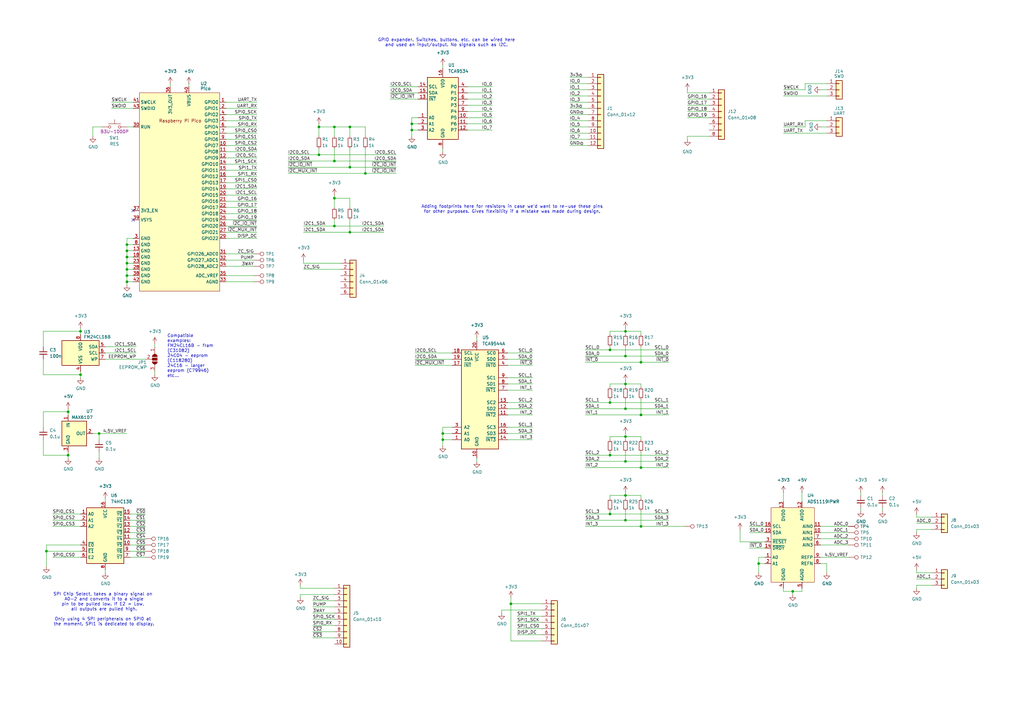
<source format=kicad_sch>
(kicad_sch (version 20231120) (generator "eeschema") (generator_version "8.0")
  (paper "A3")
  (junction (at 256.54 146.05))
  (junction (at 256.54 213.36))
  (junction (at 143.51 68.58))
  (junction (at 325.12 242.57))
  (junction (at 262.89 148.59))
  (junction (at 130.81 52.07))
  (junction (at 19.05 226.06))
  (junction (at 168.91 50.8))
  (junction (at 209.55 247.65))
  (junction (at 52.07 113.03))
  (junction (at 137.16 52.07))
  (junction (at 262.89 191.77))
  (junction (at 262.89 170.18))
  (junction (at 250.19 143.51))
  (junction (at 27.94 186.69))
  (junction (at 250.19 165.1))
  (junction (at 40.64 177.8))
  (junction (at 52.07 100.33))
  (junction (at 130.81 63.5))
  (junction (at 262.89 215.9))
  (junction (at 33.02 135.89))
  (junction (at 143.51 95.25))
  (junction (at 137.16 81.28))
  (junction (at 143.51 52.07))
  (junction (at 52.07 110.49))
  (junction (at 137.16 92.71))
  (junction (at 256.54 135.89))
  (junction (at 137.16 66.04))
  (junction (at 27.94 168.91))
  (junction (at 181.61 180.34))
  (junction (at 256.54 167.64))
  (junction (at 33.02 153.67))
  (junction (at 52.07 107.95))
  (junction (at 311.15 231.14))
  (junction (at 256.54 203.2))
  (junction (at 52.07 102.87))
  (junction (at 256.54 189.23))
  (junction (at 181.61 177.8))
  (junction (at 52.07 115.57))
  (junction (at 52.07 105.41))
  (junction (at 168.91 53.34))
  (junction (at 256.54 179.07))
  (junction (at 256.54 157.48))
  (junction (at 250.19 210.82))
  (junction (at 250.19 186.69))
  (junction (at 149.86 71.12))
  (no_connect (at 54.61 86.36))
  (no_connect (at 54.61 90.17))
  (wire (pts (xy 52.07 52.07) (xy 54.61 52.07)))
  (wire (pts (xy 40.64 177.8) (xy 52.07 177.8)))
  (wire (pts (xy 118.11 63.5) (xy 130.81 63.5)))
  (wire (pts (xy 168.91 48.26) (xy 168.91 50.8)))
  (wire (pts (xy 208.28 144.78) (xy 218.44 144.78)))
  (wire (pts (xy 212.09 255.27) (xy 222.25 255.27)))
  (wire (pts (xy 137.16 66.04) (xy 137.16 60.96)))
  (wire (pts (xy 21.59 215.9) (xy 33.02 215.9)))
  (wire (pts (xy 233.68 41.91) (xy 241.3 41.91)))
  (wire (pts (xy 53.34 210.82) (xy 59.69 210.82)))
  (wire (pts (xy 137.16 92.71) (xy 137.16 90.17)))
  (wire (pts (xy 208.28 160.02) (xy 218.44 160.02)))
  (wire (pts (xy 92.71 62.23) (xy 105.41 62.23)))
  (wire (pts (xy 92.71 49.53) (xy 105.41 49.53)))
  (wire (pts (xy 262.89 180.34) (xy 262.89 179.07)))
  (wire (pts (xy 311.15 231.14) (xy 311.15 234.95)))
  (wire (pts (xy 191.77 45.72) (xy 201.93 45.72)))
  (wire (pts (xy 375.92 237.49) (xy 382.27 237.49)))
  (wire (pts (xy 124.46 110.49) (xy 139.7 110.49)))
  (wire (pts (xy 262.89 148.59) (xy 274.32 148.59)))
  (wire (pts (xy 137.16 52.07) (xy 137.16 55.88)))
  (wire (pts (xy 256.54 177.8) (xy 256.54 179.07)))
  (wire (pts (xy 40.64 185.42) (xy 40.64 187.96)))
  (wire (pts (xy 40.64 177.8) (xy 40.64 180.34)))
  (wire (pts (xy 92.71 64.77) (xy 105.41 64.77)))
  (wire (pts (xy 53.34 213.36) (xy 59.69 213.36)))
  (wire (pts (xy 208.28 149.86) (xy 218.44 149.86)))
  (wire (pts (xy 256.54 213.36) (xy 274.32 213.36)))
  (wire (pts (xy 191.77 40.64) (xy 201.93 40.64)))
  (wire (pts (xy 233.68 54.61) (xy 241.3 54.61)))
  (wire (pts (xy 212.09 257.81) (xy 222.25 257.81)))
  (wire (pts (xy 124.46 92.71) (xy 137.16 92.71)))
  (wire (pts (xy 33.02 135.89) (xy 33.02 137.16)))
  (wire (pts (xy 53.34 228.6) (xy 59.69 228.6)))
  (wire (pts (xy 240.03 191.77) (xy 262.89 191.77)))
  (wire (pts (xy 19.05 226.06) (xy 33.02 226.06)))
  (wire (pts (xy 208.28 177.8) (xy 218.44 177.8)))
  (wire (pts (xy 128.27 248.92) (xy 137.16 248.92)))
  (wire (pts (xy 143.51 68.58) (xy 162.56 68.58)))
  (wire (pts (xy 92.71 74.93) (xy 105.41 74.93)))
  (wire (pts (xy 208.28 147.32) (xy 218.44 147.32)))
  (wire (pts (xy 205.74 251.46) (xy 205.74 250.19)))
  (wire (pts (xy 118.11 68.58) (xy 143.51 68.58)))
  (wire (pts (xy 92.71 109.22) (xy 104.14 109.22)))
  (wire (pts (xy 63.5 140.97) (xy 63.5 142.24)))
  (wire (pts (xy 171.45 48.26) (xy 168.91 48.26)))
  (wire (pts (xy 212.09 260.35) (xy 222.25 260.35)))
  (wire (pts (xy 262.89 204.47) (xy 262.89 203.2)))
  (wire (pts (xy 250.19 165.1) (xy 274.32 165.1)))
  (wire (pts (xy 137.16 81.28) (xy 143.51 81.28)))
  (wire (pts (xy 128.27 256.54) (xy 137.16 256.54)))
  (wire (pts (xy 52.07 110.49) (xy 52.07 113.03)))
  (wire (pts (xy 250.19 163.83) (xy 250.19 165.1)))
  (wire (pts (xy 321.31 52.07) (xy 330.2 52.07)))
  (wire (pts (xy 212.09 252.73) (xy 222.25 252.73)))
  (wire (pts (xy 375.92 217.17) (xy 382.27 217.17)))
  (wire (pts (xy 45.72 41.91) (xy 54.61 41.91)))
  (wire (pts (xy 92.71 44.45) (xy 105.41 44.45)))
  (wire (pts (xy 53.34 226.06) (xy 59.69 226.06)))
  (wire (pts (xy 375.92 214.63) (xy 382.27 214.63)))
  (wire (pts (xy 170.18 149.86) (xy 185.42 149.86)))
  (wire (pts (xy 160.02 40.64) (xy 171.45 40.64)))
  (wire (pts (xy 336.55 223.52) (xy 347.98 223.52)))
  (wire (pts (xy 195.58 138.43) (xy 195.58 139.7)))
  (wire (pts (xy 52.07 102.87) (xy 54.61 102.87)))
  (wire (pts (xy 256.54 179.07) (xy 256.54 180.34)))
  (wire (pts (xy 130.81 63.5) (xy 130.81 60.96)))
  (wire (pts (xy 281.94 48.26) (xy 290.83 48.26)))
  (wire (pts (xy 262.89 209.55) (xy 262.89 215.9)))
  (wire (pts (xy 353.06 208.28) (xy 353.06 209.55)))
  (wire (pts (xy 143.51 55.88) (xy 143.51 52.07)))
  (wire (pts (xy 240.03 143.51) (xy 250.19 143.51)))
  (wire (pts (xy 181.61 60.96) (xy 181.61 62.23)))
  (wire (pts (xy 130.81 52.07) (xy 137.16 52.07)))
  (wire (pts (xy 92.71 69.85) (xy 105.41 69.85)))
  (wire (pts (xy 124.46 106.68) (xy 124.46 107.95)))
  (wire (pts (xy 281.94 40.64) (xy 290.83 40.64)))
  (wire (pts (xy 321.31 242.57) (xy 325.12 242.57)))
  (wire (pts (xy 330.2 52.07) (xy 330.2 49.53)))
  (wire (pts (xy 262.89 163.83) (xy 262.89 170.18)))
  (wire (pts (xy 336.55 220.98) (xy 347.98 220.98)))
  (wire (pts (xy 208.28 165.1) (xy 218.44 165.1)))
  (wire (pts (xy 208.28 167.64) (xy 218.44 167.64)))
  (wire (pts (xy 256.54 209.55) (xy 256.54 213.36)))
  (wire (pts (xy 124.46 95.25) (xy 143.51 95.25)))
  (wire (pts (xy 240.03 189.23) (xy 256.54 189.23)))
  (wire (pts (xy 262.89 158.75) (xy 262.89 157.48)))
  (wire (pts (xy 233.68 36.83) (xy 241.3 36.83)))
  (wire (pts (xy 262.89 137.16) (xy 262.89 135.89)))
  (wire (pts (xy 250.19 157.48) (xy 256.54 157.48)))
  (wire (pts (xy 321.31 36.83) (xy 330.2 36.83)))
  (wire (pts (xy 209.55 247.65) (xy 222.25 247.65)))
  (wire (pts (xy 250.19 135.89) (xy 256.54 135.89)))
  (wire (pts (xy 336.55 218.44) (xy 347.98 218.44)))
  (wire (pts (xy 137.16 52.07) (xy 143.51 52.07)))
  (wire (pts (xy 262.89 203.2) (xy 256.54 203.2)))
  (wire (pts (xy 240.03 210.82) (xy 250.19 210.82)))
  (wire (pts (xy 233.68 31.75) (xy 241.3 31.75)))
  (wire (pts (xy 21.59 210.82) (xy 33.02 210.82)))
  (wire (pts (xy 361.95 208.28) (xy 361.95 209.55)))
  (wire (pts (xy 375.92 240.03) (xy 382.27 240.03)))
  (wire (pts (xy 181.61 180.34) (xy 181.61 182.88)))
  (wire (pts (xy 256.54 189.23) (xy 274.32 189.23)))
  (wire (pts (xy 233.68 39.37) (xy 241.3 39.37)))
  (wire (pts (xy 240.03 146.05) (xy 256.54 146.05)))
  (wire (pts (xy 375.92 233.68) (xy 375.92 234.95)))
  (wire (pts (xy 143.51 68.58) (xy 143.51 60.96)))
  (wire (pts (xy 27.94 186.69) (xy 17.78 186.69)))
  (wire (pts (xy 262.89 142.24) (xy 262.89 148.59)))
  (wire (pts (xy 281.94 55.88) (xy 290.83 55.88)))
  (wire (pts (xy 17.78 186.69) (xy 17.78 180.34)))
  (wire (pts (xy 92.71 92.71) (xy 105.41 92.71)))
  (wire (pts (xy 191.77 35.56) (xy 201.93 35.56)))
  (wire (pts (xy 191.77 38.1) (xy 201.93 38.1)))
  (wire (pts (xy 52.07 105.41) (xy 54.61 105.41)))
  (wire (pts (xy 325.12 243.84) (xy 325.12 242.57)))
  (wire (pts (xy 149.86 60.96) (xy 149.86 71.12)))
  (wire (pts (xy 54.61 115.57) (xy 52.07 115.57)))
  (wire (pts (xy 240.03 148.59) (xy 262.89 148.59)))
  (wire (pts (xy 233.68 57.15) (xy 241.3 57.15)))
  (wire (pts (xy 53.34 223.52) (xy 59.69 223.52)))
  (wire (pts (xy 328.93 242.57) (xy 325.12 242.57)))
  (wire (pts (xy 250.19 180.34) (xy 250.19 179.07)))
  (wire (pts (xy 375.92 234.95) (xy 382.27 234.95)))
  (wire (pts (xy 92.71 106.68) (xy 104.14 106.68)))
  (wire (pts (xy 303.53 222.25) (xy 303.53 217.17)))
  (wire (pts (xy 181.61 180.34) (xy 185.42 180.34)))
  (wire (pts (xy 181.61 26.67) (xy 181.61 27.94)))
  (wire (pts (xy 330.2 34.29) (xy 339.09 34.29)))
  (wire (pts (xy 250.19 186.69) (xy 274.32 186.69)))
  (wire (pts (xy 149.86 71.12) (xy 118.11 71.12)))
  (wire (pts (xy 313.69 231.14) (xy 311.15 231.14)))
  (wire (pts (xy 38.1 52.07) (xy 38.1 55.88)))
  (wire (pts (xy 250.19 158.75) (xy 250.19 157.48)))
  (wire (pts (xy 328.93 241.3) (xy 328.93 242.57)))
  (wire (pts (xy 128.27 246.38) (xy 137.16 246.38)))
  (wire (pts (xy 160.02 35.56) (xy 171.45 35.56)))
  (wire (pts (xy 92.71 72.39) (xy 105.41 72.39)))
  (wire (pts (xy 43.18 147.32) (xy 59.69 147.32)))
  (wire (pts (xy 313.69 228.6) (xy 311.15 228.6)))
  (wire (pts (xy 53.34 220.98) (xy 59.69 220.98)))
  (wire (pts (xy 52.07 107.95) (xy 52.07 110.49)))
  (wire (pts (xy 92.71 87.63) (xy 105.41 87.63)))
  (wire (pts (xy 27.94 167.64) (xy 27.94 168.91)))
  (wire (pts (xy 27.94 186.69) (xy 27.94 185.42)))
  (wire (pts (xy 92.71 115.57) (xy 104.14 115.57)))
  (wire (pts (xy 256.54 157.48) (xy 256.54 158.75)))
  (wire (pts (xy 250.19 210.82) (xy 274.32 210.82)))
  (wire (pts (xy 77.47 34.29) (xy 77.47 35.56)))
  (wire (pts (xy 54.61 97.79) (xy 52.07 97.79)))
  (wire (pts (xy 124.46 107.95) (xy 139.7 107.95)))
  (wire (pts (xy 27.94 186.69) (xy 27.94 187.96)))
  (wire (pts (xy 336.55 231.14) (xy 339.09 231.14)))
  (wire (pts (xy 240.03 170.18) (xy 262.89 170.18)))
  (wire (pts (xy 240.03 186.69) (xy 250.19 186.69)))
  (wire (pts (xy 250.19 185.42) (xy 250.19 186.69)))
  (wire (pts (xy 361.95 201.93) (xy 361.95 203.2)))
  (wire (pts (xy 321.31 201.93) (xy 321.31 205.74)))
  (wire (pts (xy 27.94 168.91) (xy 27.94 170.18)))
  (wire (pts (xy 52.07 100.33) (xy 52.07 102.87)))
  (wire (pts (xy 233.68 59.69) (xy 241.3 59.69)))
  (wire (pts (xy 307.34 215.9) (xy 313.69 215.9)))
  (wire (pts (xy 92.71 90.17) (xy 105.41 90.17)))
  (wire (pts (xy 233.68 44.45) (xy 241.3 44.45)))
  (wire (pts (xy 262.89 179.07) (xy 256.54 179.07)))
  (wire (pts (xy 92.71 85.09) (xy 105.41 85.09)))
  (wire (pts (xy 256.54 201.93) (xy 256.54 203.2)))
  (wire (pts (xy 92.71 80.01) (xy 105.41 80.01)))
  (wire (pts (xy 256.54 163.83) (xy 256.54 167.64)))
  (wire (pts (xy 130.81 63.5) (xy 162.56 63.5)))
  (wire (pts (xy 208.28 180.34) (xy 218.44 180.34)))
  (wire (pts (xy 128.27 261.62) (xy 137.16 261.62)))
  (wire (pts (xy 21.59 228.6) (xy 33.02 228.6)))
  (wire (pts (xy 17.78 168.91) (xy 17.78 175.26)))
  (wire (pts (xy 281.94 38.1) (xy 290.83 38.1)))
  (wire (pts (xy 208.28 175.26) (xy 218.44 175.26)))
  (wire (pts (xy 330.2 36.83) (xy 330.2 34.29)))
  (wire (pts (xy 92.71 113.03) (xy 104.14 113.03)))
  (wire (pts (xy 27.94 168.91) (xy 17.78 168.91)))
  (wire (pts (xy 321.31 241.3) (xy 321.31 242.57)))
  (wire (pts (xy 233.68 52.07) (xy 241.3 52.07)))
  (wire (pts (xy 191.77 43.18) (xy 201.93 43.18)))
  (wire (pts (xy 92.71 59.69) (xy 105.41 59.69)))
  (wire (pts (xy 262.89 135.89) (xy 256.54 135.89)))
  (wire (pts (xy 41.91 52.07) (xy 38.1 52.07)))
  (wire (pts (xy 336.55 215.9) (xy 347.98 215.9)))
  (wire (pts (xy 195.58 187.96) (xy 195.58 189.23)))
  (wire (pts (xy 33.02 223.52) (xy 19.05 223.52)))
  (wire (pts (xy 149.86 71.12) (xy 162.56 71.12)))
  (wire (pts (xy 262.89 191.77) (xy 274.32 191.77)))
  (wire (pts (xy 92.71 97.79) (xy 105.41 97.79)))
  (wire (pts (xy 143.51 95.25) (xy 157.48 95.25)))
  (wire (pts (xy 256.54 185.42) (xy 256.54 189.23)))
  (wire (pts (xy 250.19 209.55) (xy 250.19 210.82)))
  (wire (pts (xy 336.55 36.83) (xy 339.09 36.83)))
  (wire (pts (xy 45.72 44.45) (xy 54.61 44.45)))
  (wire (pts (xy 209.55 262.89) (xy 209.55 247.65)))
  (wire (pts (xy 307.34 218.44) (xy 313.69 218.44)))
  (wire (pts (xy 262.89 170.18) (xy 274.32 170.18)))
  (wire (pts (xy 52.07 102.87) (xy 52.07 105.41)))
  (wire (pts (xy 92.71 82.55) (xy 105.41 82.55)))
  (wire (pts (xy 19.05 226.06) (xy 19.05 232.41)))
  (wire (pts (xy 123.19 243.84) (xy 137.16 243.84)))
  (wire (pts (xy 256.54 135.89) (xy 256.54 137.16)))
  (wire (pts (xy 185.42 175.26) (xy 181.61 175.26)))
  (wire (pts (xy 375.92 218.44) (xy 375.92 217.17)))
  (wire (pts (xy 321.31 54.61) (xy 339.09 54.61)))
  (wire (pts (xy 208.28 170.18) (xy 218.44 170.18)))
  (wire (pts (xy 311.15 228.6) (xy 311.15 231.14)))
  (wire (pts (xy 240.03 215.9) (xy 262.89 215.9)))
  (wire (pts (xy 52.07 113.03) (xy 52.07 115.57)))
  (wire (pts (xy 17.78 147.32) (xy 17.78 153.67)))
  (wire (pts (xy 52.07 105.41) (xy 52.07 107.95)))
  (wire (pts (xy 240.03 213.36) (xy 256.54 213.36)))
  (wire (pts (xy 303.53 222.25) (xy 313.69 222.25)))
  (wire (pts (xy 191.77 53.34) (xy 201.93 53.34)))
  (wire (pts (xy 123.19 241.3) (xy 137.16 241.3)))
  (wire (pts (xy 33.02 134.62) (xy 33.02 135.89)))
  (wire (pts (xy 262.89 157.48) (xy 256.54 157.48)))
  (wire (pts (xy 240.03 167.64) (xy 256.54 167.64)))
  (wire (pts (xy 250.19 204.47) (xy 250.19 203.2)))
  (wire (pts (xy 160.02 38.1) (xy 171.45 38.1)))
  (wire (pts (xy 250.19 143.51) (xy 274.32 143.51)))
  (wire (pts (xy 181.61 177.8) (xy 185.42 177.8)))
  (wire (pts (xy 137.16 85.09) (xy 137.16 81.28)))
  (wire (pts (xy 92.71 41.91) (xy 105.41 41.91)))
  (wire (pts (xy 328.93 201.93) (xy 328.93 205.74)))
  (wire (pts (xy 137.16 66.04) (xy 162.56 66.04)))
  (wire (pts (xy 250.19 137.16) (xy 250.19 135.89)))
  (wire (pts (xy 92.71 77.47) (xy 105.41 77.47)))
  (wire (pts (xy 53.34 218.44) (xy 59.69 218.44)))
  (wire (pts (xy 205.74 250.19) (xy 222.25 250.19)))
  (wire (pts (xy 19.05 223.52) (xy 19.05 226.06)))
  (wire (pts (xy 256.54 142.24) (xy 256.54 146.05)))
  (wire (pts (xy 256.54 203.2) (xy 256.54 204.47)))
  (wire (pts (xy 250.19 179.07) (xy 256.54 179.07)))
  (wire (pts (xy 17.78 142.24) (xy 17.78 135.89)))
  (wire (pts (xy 170.18 144.78) (xy 185.42 144.78)))
  (wire (pts (xy 191.77 48.26) (xy 201.93 48.26)))
  (wire (pts (xy 143.51 81.28) (xy 143.51 85.09)))
  (wire (pts (xy 52.07 113.03) (xy 54.61 113.03)))
  (wire (pts (xy 123.19 245.11) (xy 123.19 243.84)))
  (wire (pts (xy 130.81 55.88) (xy 130.81 52.07)))
  (wire (pts (xy 17.78 135.89) (xy 33.02 135.89)))
  (wire (pts (xy 233.68 49.53) (xy 241.3 49.53)))
  (wire (pts (xy 208.28 154.94) (xy 218.44 154.94)))
  (wire (pts (xy 38.1 177.8) (xy 40.64 177.8)))
  (wire (pts (xy 52.07 110.49) (xy 54.61 110.49)))
  (wire (pts (xy 92.71 52.07) (xy 105.41 52.07)))
  (wire (pts (xy 168.91 53.34) (xy 168.91 55.88)))
  (wire (pts (xy 191.77 50.8) (xy 201.93 50.8)))
  (wire (pts (xy 137.16 80.01) (xy 137.16 81.28)))
  (wire (pts (xy 92.71 54.61) (xy 105.41 54.61)))
  (wire (pts (xy 375.92 241.3) (xy 375.92 240.03)))
  (wire (pts (xy 168.91 53.34) (xy 171.45 53.34)))
  (wire (pts (xy 52.07 97.79) (xy 52.07 100.33)))
  (wire (pts (xy 33.02 154.94) (xy 33.02 153.67)))
  (wire (pts (xy 21.59 213.36) (xy 33.02 213.36)))
  (wire (pts (xy 17.78 153.67) (xy 33.02 153.67)))
  (wire (pts (xy 208.28 157.48) (xy 218.44 157.48)))
  (wire (pts (xy 149.86 52.07) (xy 143.51 52.07)))
  (wire (pts (xy 281.94 36.83) (xy 281.94 38.1)))
  (wire (pts (xy 92.71 95.25) (xy 105.41 95.25)))
  (wire (pts (xy 92.71 57.15) (xy 105.41 57.15)))
  (wire (pts (xy 128.27 259.08) (xy 137.16 259.08)))
  (wire (pts (xy 262.89 215.9) (xy 280.67 215.9)))
  (wire (pts (xy 222.25 262.89) (xy 209.55 262.89)))
  (wire (pts (xy 233.68 34.29) (xy 241.3 34.29)))
  (wire (pts (xy 69.85 34.29) (xy 69.85 35.56)))
  (wire (pts (xy 233.68 46.99) (xy 241.3 46.99)))
  (wire (pts (xy 128.27 251.46) (xy 137.16 251.46)))
  (wire (pts (xy 353.06 201.93) (xy 353.06 203.2)))
  (wire (pts (xy 43.18 144.78) (xy 55.88 144.78)))
  (wire (pts (xy 171.45 50.8) (xy 168.91 50.8)))
  (wire (pts (xy 181.61 175.26) (xy 181.61 177.8)))
  (wire (pts (xy 336.55 228.6) (xy 347.98 228.6)))
  (wire (pts (xy 375.92 212.09) (xy 382.27 212.09)))
  (wire (pts (xy 52.07 107.95) (xy 54.61 107.95)))
  (wire (pts (xy 339.09 231.14) (xy 339.09 234.95)))
  (wire (pts (xy 43.18 204.47) (xy 43.18 205.74)))
  (wire (pts (xy 281.94 57.15) (xy 281.94 55.88)))
  (wire (pts (xy 375.92 210.82) (xy 375.92 212.09)))
  (wire (pts (xy 168.91 50.8) (xy 168.91 53.34)))
  (wire (pts (xy 149.86 55.88) (xy 149.86 52.07)))
  (wire (pts (xy 281.94 43.18) (xy 290.83 43.18)))
  (wire (pts (xy 256.54 146.05) (xy 274.32 146.05)))
  (wire (pts (xy 240.03 165.1) (xy 250.19 165.1)))
  (wire (pts (xy 181.61 177.8) (xy 181.61 180.34)))
  (wire (pts (xy 92.71 67.31) (xy 105.41 67.31)))
  (wire (pts (xy 256.54 167.64) (xy 274.32 167.64)))
  (wire (pts (xy 53.34 215.9) (xy 59.69 215.9)))
  (wire (pts (xy 43.18 142.24) (xy 55.88 142.24)))
  (wire (pts (xy 250.19 142.24) (xy 250.19 143.51)))
  (wire (pts (xy 43.18 233.68) (xy 43.18 234.95)))
  (wire (pts (xy 130.81 50.8) (xy 130.81 52.07)))
  (wire (pts (xy 118.11 66.04) (xy 137.16 66.04)))
  (wire (pts (xy 52.07 115.57) (xy 52.07 116.84)))
  (wire (pts (xy 256.54 134.62) (xy 256.54 135.89)))
  (wire (pts (xy 262.89 185.42) (xy 262.89 191.77)))
  (wire (pts (xy 137.16 92.71) (xy 157.48 92.71)))
  (wire (pts (xy 52.07 100.33) (xy 54.61 100.33)))
  (wire (pts (xy 143.51 95.25) (xy 143.51 90.17)))
  (wire (pts (xy 92.71 46.99) (xy 105.41 46.99)))
  (wire (pts (xy 209.55 245.11) (xy 209.55 247.65)))
  (wire (pts (xy 321.31 39.37) (xy 339.09 39.37)))
  (wire (pts (xy 128.27 254) (xy 137.16 254)))
  (wire (pts (xy 250.19 203.2) (xy 256.54 203.2)))
  (wire (pts (xy 92.71 104.14) (xy 104.14 104.14)))
  (wire (pts (xy 307.34 224.79) (xy 313.69 224.79)))
  (wire (pts (xy 281.94 45.72) (xy 290.83 45.72)))
  (wire (pts (xy 123.19 240.03) (xy 123.19 241.3)))
  (wire (pts (xy 63.5 153.67) (xy 63.5 152.4)))
  (wire (pts (xy 336.55 52.07) (xy 339.09 52.07)))
  (wire (pts (xy 170.18 147.32) (xy 185.42 147.32)))
  (wire (pts (xy 256.54 156.21) (xy 256.54 157.48)))
  (wire (pts (xy 330.2 49.53) (xy 339.09 49.53)))
  (wire (pts (xy 33.02 153.67) (xy 33.02 152.4)))
  (text "Compatible\nexamples:\nFM24CL16B - fram\n(C31082)\n24C04 - eeprom\n(C118280)\n24C16 - larger\neeprom (C79946)\netc..." (at 68.58 154.94 0) (effects (font (size 1.27 1.27)) (justify left bottom)))
  (text "SPI Chip Select, takes a binary signal on \nA0-2 and converts it to a single\npin to be pulled low. If E2 = Low, \nall outputs are pulled high.\n\nOnly using 4 SPI peripherals on SPI0 at \nthe moment. SPI1 is dedicated to display." (at 42.672 249.936 0) (effects (font (size 1.27 1.27))))
  (text "GPIO expander. Switches, buttons, etc. can be wired here\nand used an input/output. No signals such as I2C." (at 183.134 15.748 0) (effects (font (size 1.27 1.27)) (justify top)))
  (text "Adding footprints here for resistors in case we'd want to re-use these pins\nfor other purposes. Gives flexibility if a mistake was made during design." (at 210.058 84.074 0) (effects (font (size 1.27 1.27)) (justify top)))
  (label "~{I2C_IO_INT}" (at 118.11 68.58 0))
  (label "I2C1_SDA" (at 105.41 77.47 180))
  (label "SDA_3" (at 274.32 213.36 180))
  (label "~{INT_0}" (at 218.44 149.86 180))
  (label "SPI1_SCK" (at 212.09 255.27 0))
  (label "GPIO_16" (at 281.94 40.64 0))
  (label "SPI0_CS3" (at 21.59 215.9 0))
  (label "I2C1_SDA" (at 157.48 95.25 180))
  (label "I2C0_SCL" (at 118.11 63.5 0))
  (label "ZC_SIG" (at 124.46 110.49 0))
  (label "SPI0_CS1" (at 105.41 57.15 180))
  (label "SPI1_SCK" (at 105.41 67.31 180))
  (label "I2C1_SDA" (at 157.48 92.71 180))
  (label "4.5V_VREF" (at 347.98 228.6 180))
  (label "INT_2" (at 240.03 191.77 0))
  (label "SDA_2" (at 240.03 189.23 0))
  (label "~{I2C_MUX_INT}" (at 118.11 71.12 0))
  (label "I2C0_SDA" (at 170.18 147.32 0))
  (label "SPI0_CS1" (at 21.59 210.82 0))
  (label "I2C0_SDA" (at 160.02 38.1 0))
  (label "GND_{IO}" (at 233.68 46.99 0))
  (label "SPI0_SCK" (at 105.41 46.99 180))
  (label "IO_4" (at 201.93 45.72 180))
  (label "SCL_1" (at 274.32 165.1 180))
  (label "SPI1_TX" (at 212.09 252.73 0))
  (label "ADC_3" (at 347.98 223.52 180))
  (label "~{CS5}" (at 59.69 223.52 180))
  (label "SWCLK" (at 45.72 41.91 0))
  (label "INT_3" (at 274.32 215.9 180))
  (label "~{CS7}" (at 59.69 228.6 180))
  (label "SPI1_CS0" (at 212.09 257.81 0))
  (label "3WAY" (at 104.14 109.22 180))
  (label "GPIO_17" (at 281.94 43.18 0))
  (label "~{I2C_IO_INT}" (at 162.56 68.58 180))
  (label "SCL_0" (at 218.44 144.78 180))
  (label "SDA_0" (at 307.34 218.44 0))
  (label "~{I2C_MUX_INT}" (at 105.41 95.25 180))
  (label "DISP_DC" (at 105.41 97.79 180))
  (label "SDA_0" (at 218.44 147.32 180))
  (label "~{INT_0}" (at 307.34 224.79 0))
  (label "EEPROM_WP" (at 55.88 147.32 180))
  (label "I2C0_SCL" (at 160.02 35.56 0))
  (label "~{CS6}" (at 59.69 226.06 180))
  (label "GPIO_16" (at 105.41 82.55 180))
  (label "~{CS0}" (at 59.69 210.82 180))
  (label "GPIO_19" (at 281.94 48.26 0))
  (label "IO_1" (at 233.68 36.83 0))
  (label "SWDIO" (at 321.31 39.37 0))
  (label "SCL_3" (at 218.44 175.26 180))
  (label "~{CS2}" (at 128.27 259.08 0))
  (label "I2C1_SCL" (at 105.41 80.01 180))
  (label "I2C0_SCL" (at 162.56 63.5 180))
  (label "SDA_1" (at 218.44 157.48 180))
  (label "DISP_DC" (at 212.09 260.35 0))
  (label "I2C1_SDA" (at 55.88 142.24 180))
  (label "SCL_1" (at 218.44 154.94 180))
  (label "SDA_2" (at 218.44 167.64 180))
  (label "GND_{IO}" (at 233.68 59.69 0))
  (label "ADC_0" (at 375.92 214.63 0))
  (label "~{I2C_IO_INT}" (at 160.02 40.64 0))
  (label "I2C0_SDA" (at 105.41 62.23 180))
  (label "I2C0_SCL" (at 105.41 64.77 180))
  (label "~{I2C_MUX_INT}" (at 170.18 149.86 0))
  (label "I2C0_SCL" (at 170.18 144.78 0))
  (label "IO_4" (at 233.68 49.53 0))
  (label "UART_TX" (at 321.31 54.61 0))
  (label "ZC_SIG" (at 128.27 246.38 0))
  (label "SPI1_CS0" (at 105.41 74.93 180))
  (label "SPI0_RX" (at 105.41 52.07 180))
  (label "4.5V_VREF" (at 52.07 177.8 180))
  (label "3WAY" (at 128.27 251.46 0))
  (label "PUMP" (at 104.14 106.68 180))
  (label "I2C0_SDA" (at 162.56 66.04 180))
  (label "GPIO_18" (at 105.41 87.63 180))
  (label "SPI0_CS2" (at 105.41 59.69 180))
  (label "GPIO_18" (at 281.94 45.72 0))
  (label "SPI0_RX" (at 128.27 256.54 0))
  (label "IO_1" (at 201.93 38.1 180))
  (label "3v3_{IO}" (at 233.68 31.75 0))
  (label "UART_RX" (at 321.31 52.07 0))
  (label "GPIO_17" (at 105.41 85.09 180))
  (label "I2C1_SDA" (at 124.46 95.25 0))
  (label "GPIO_19" (at 105.41 90.17 180))
  (label "~{CS2}" (at 59.69 215.9 180))
  (label "IO_3" (at 201.93 43.18 180))
  (label "~{INT_0}" (at 240.03 148.59 0))
  (label "SPI1_RX" (at 105.41 72.39 180))
  (label "IO_2" (at 201.93 40.64 180))
  (label "SWDIO" (at 45.72 44.45 0))
  (label "IO_0" (at 233.68 34.29 0))
  (label "INT_1" (at 218.44 160.02 180))
  (label "SPI0_SCK" (at 128.27 254 0))
  (label "SCL_2" (at 240.03 186.69 0))
  (label "SDA_3" (at 218.44 177.8 180))
  (label "ADC_0" (at 347.98 215.9 180))
  (label "SCL_0" (at 274.32 143.51 180))
  (label "INT_1" (at 274.32 170.18 180))
  (label "ADC_1" (at 375.92 237.49 0))
  (label "IO_6" (at 201.93 50.8 180))
  (label "SDA_1" (at 274.32 167.64 180))
  (label "PUMP" (at 128.27 248.92 0))
  (label "IO_5" (at 233.68 52.07 0))
  (label "I2C1_SCL" (at 55.88 144.78 180))
  (label "IO_6" (at 233.68 54.61 0))
  (label "IO_3" (at 233.68 41.91 0))
  (label "SPI0_CS0" (at 21.59 228.6 0))
  (label "SDA_3" (at 240.03 213.36 0))
  (label "~{CS3}" (at 128.27 261.62 0))
  (label "INT_1" (at 240.03 170.18 0))
  (label "ADC_1" (at 347.98 218.44 180))
  (label "INT_2" (at 218.44 170.18 180))
  (label "SPI0_CS0" (at 105.41 54.61 180))
  (label "SDA_0" (at 240.03 146.05 0))
  (label "SDA_2" (at 274.32 189.23 180))
  (label "ZC_SIG" (at 104.14 104.14 180))
  (label "~{CS3}" (at 59.69 218.44 180))
  (label "SCL_2" (at 274.32 186.69 180))
  (label "SPI0_TX" (at 105.41 49.53 180))
  (label "SCL_3" (at 240.03 210.82 0))
  (label "SCL_3" (at 274.32 210.82 180))
  (label "IO_2" (at 233.68 39.37 0))
  (label "SPI0_CS2" (at 21.59 213.36 0))
  (label "SCL_0" (at 307.34 215.9 0))
  (label "3v3_{IO}" (at 233.68 44.45 0))
  (label "I2C1_SDA" (at 124.46 92.71 0))
  (label "I2C0_SDA" (at 118.11 66.04 0))
  (label "IO_0" (at 201.93 35.56 180))
  (label "~{I2C_IO_INT}" (at 162.56 71.12 180))
  (label "~{CS4}" (at 59.69 220.98 180))
  (label "IO_7" (at 233.68 57.15 0))
  (label "SCL_2" (at 218.44 165.1 180))
  (label "~{CS1}" (at 59.69 213.36 180))
  (label "~{INT_0}" (at 274.32 148.59 180))
  (label "SPI1_TX" (at 105.41 69.85 180))
  (label "INT_2" (at 274.32 191.77 180))
  (label "SDA_1" (at 240.03 167.64 0))
  (label "SCL_0" (at 240.03 143.51 0))
  (label "SCL_1" (at 240.03 165.1 0))
  (label "IO_5" (at 201.93 48.26 180))
  (label "SDA_0" (at 274.32 146.05 180))
  (label "IO_7" (at 201.93 53.34 180))
  (label "INT_3" (at 240.03 215.9 0))
  (label "UART_TX" (at 105.41 41.91 180))
  (label "INT_3" (at 218.44 180.34 180))
  (label "UART_RX" (at 105.41 44.45 180))
  (label "SWCLK" (at 321.31 36.83 0))
  (label "ADC_2" (at 347.98 220.98 180))
  (label "~{I2C_IO_INT}" (at 105.41 92.71 180))
  (symbol (lib_id "Connector:TestPoint") (at 104.14 104.14 270) (unit 1)
    (property "Reference" "TP1" (at 108.966 104.14 90) (effects (justify left)))
    (property "Footprint" "TestPoint:TestPoint_Pad_1.5x1.5mm" (effects (hide yes)))
  )
  (symbol (lib_name "+3V3_1") (lib_id "power:+3V3") (at 256.54 156.21 0) (unit 1)
    (property "Reference" "#PWR041" (effects (hide yes)))
    (property "Value" "+3V3" (at 256.54 151.13 0))
    (property "Description" "Power symbol creates a global label with name \"+3V3\"" (effects (hide yes)))
  )
  (symbol (lib_id "Connector_Generic:Conn_01x03") (at 387.35 237.49 0) (unit 1)
    (property "Reference" "J9" (at 389.89 236.2199 0) (effects (justify left)))
    (property "Value" "Conn_01x03" (at 389.89 238.7599 0) (effects (justify left)))
    (property "Description" "Generic connector, single row, 01x03, script generated (kicad-library-utils/schlib/autogen/connector/)" (effects (hide yes)))
  )
  (symbol (lib_id "Connector_Generic:Conn_01x08") (at 295.91 45.72 0) (unit 1)
    (property "Reference" "J12" (at 298.45 45.7199 0) (effects (justify left)))
    (property "Value" "Conn_01x08" (at 298.45 48.2599 0) (effects (justify left)))
    (property "Description" "Generic connector, single row, 01x08, script generated (kicad-library-utils/schlib/autogen/connector/)" (effects (hide yes)))
  )
  (symbol (lib_name "+3V3_1") (lib_id "power:+3V3") (at 130.81 50.8 0) (unit 1)
    (property "Reference" "#PWR07" (effects (hide yes)))
    (property "Value" "+3V3" (at 130.81 45.72 0))
    (property "Description" "Power symbol creates a global label with name \"+3V3\"" (effects (hide yes)))
  )
  (symbol (lib_id "Device:C_Small") (at 361.95 205.74 0) (unit 1)
    (property "Reference" "C2" (at 364.49 204.4762 0) (effects (justify left)))
    (property "Value" "0.1u" (at 364.49 207.0162 0) (effects (justify left)))
    (property "Description" "Unpolarized capacitor, small symbol" (effects (hide yes)))
  )
  (symbol (lib_id "Device:R_Small") (at 250.19 161.29 0) (unit 1)
    (property "Reference" "R18" (at 251.46 160.02 0) (effects (justify left)))
    (property "Value" "1k" (at 251.46 162.56 0) (effects (justify left)))
    (property "Description" "Resistor, small symbol" (effects (hide yes)))
  )
  (symbol (lib_id "Reference_Voltage:MAX6107") (at 30.48 177.8 0) (unit 1)
    (property "Reference" "U7" (at 38.1 168.656 0) (effects (justify right)))
    (property "Value" "MAX6107" (at 38.1 171.196 0) (effects (justify right)))
    (property "Footprint" "Package_TO_SOT_SMD:SOT-23" (effects (hide yes)))
    (property "Datasheet" "http://datasheets.maximintegrated.com/en/ds/MAX6100-MAX6107.pdf" (effects (hide yes)))
    (property "Description" "Low-dropout high current voltage reference, 4.500V, ±0.4% accuracy, SOT-23" (effects (hide yes)))
  )
  (symbol (lib_id "power:GND") (at 27.94 187.96 0) (unit 1)
    (property "Reference" "#PWR051" (effects (hide yes)))
    (property "Value" "GND" (at 28.067 192.3542 0))
  )
  (symbol (lib_id "Connector:TestPoint") (at 104.14 115.57 270) (unit 1)
    (property "Reference" "TP9" (at 108.966 115.57 90) (effects (justify left)))
    (property "Footprint" "TestPoint:TestPoint_Pad_1.5x1.5mm" (effects (hide yes)))
  )
  (symbol (lib_id "Connector_Generic:Conn_01x03") (at 387.35 214.63 0) (unit 1)
    (property "Reference" "J8" (at 389.89 213.3599 0) (effects (justify left)))
    (property "Value" "Conn_01x03" (at 389.89 215.8999 0) (effects (justify left)))
    (property "Description" "Generic connector, single row, 01x03, script generated (kicad-library-utils/schlib/autogen/connector/)" (effects (hide yes)))
  )
  (symbol (lib_id "Device:R_Small") (at 130.81 58.42 0) (unit 1)
    (property "Reference" "R1" (at 132.08 57.15 0) (effects (justify left)))
    (property "Value" "1k" (at 132.08 59.69 0) (effects (justify left)))
    (property "Description" "Resistor, small symbol" (effects (hide yes)))
  )
  (symbol (lib_id "power:GND") (at 38.1 55.88 0) (unit 1)
    (property "Reference" "#PWR08" (effects (hide yes)))
    (property "Value" "GND" (at 38.227 60.2742 0))
  )
  (symbol (lib_name "+3V3_1") (lib_id "power:+3V3") (at 281.94 36.83 0) (unit 1)
    (property "Reference" "#PWR064" (effects (hide yes)))
    (property "Value" "+3V3" (at 281.94 31.75 0))
    (property "Description" "Power symbol creates a global label with name \"+3V3\"" (effects (hide yes)))
  )
  (symbol (lib_id "Device:R_Small") (at 256.54 139.7 0) (unit 1)
    (property "Reference" "R16" (at 257.81 138.43 0) (effects (justify left)))
    (property "Value" "1k" (at 257.81 140.97 0) (effects (justify left)))
    (property "Description" "Resistor, small symbol" (effects (hide yes)))
  )
  (symbol (lib_id "Connector_Generic:Conn_01x07") (at 227.33 255.27 0) (unit 1)
    (property "Reference" "J6" (at 229.87 253.9999 0) (effects (justify left)))
    (property "Value" "Conn_01x07" (at 229.87 256.5399 0) (effects (justify left)))
    (property "Description" "Generic connector, single row, 01x07, script generated (kicad-library-utils/schlib/autogen/connector/)" (effects (hide yes)))
  )
  (symbol (lib_id "Device:C_Small") (at 353.06 205.74 0) (unit 1)
    (property "Reference" "C1" (at 355.6 204.4762 0) (effects (justify left)))
    (property "Value" "0.1u" (at 355.6 207.0162 0) (effects (justify left)))
    (property "Description" "Unpolarized capacitor, small symbol" (effects (hide yes)))
  )
  (symbol (lib_id "power:+3V3") (at 209.55 245.11 0) (mirror y) (unit 1)
    (property "Reference" "#PWR022" (effects (hide yes)))
    (property "Value" "+3V3" (at 209.55 240.665 0))
  )
  (symbol (lib_id "power:+3V3") (at 63.5 140.97 0) (unit 1)
    (property "Reference" "#PWR035" (effects (hide yes)))
    (property "Value" "+3V3" (at 63.5 135.89 0))
  )
  (symbol (lib_id "power:+3V3") (at 33.02 134.62 0) (unit 1)
    (property "Reference" "#PWR029" (effects (hide yes)))
    (property "Value" "+3V3" (at 33.02 129.54 0))
  )
  (symbol (lib_id "power:+3V3") (at 43.18 204.47 0) (unit 1)
    (property "Reference" "#PWR038" (effects (hide yes)))
    (property "Value" "+3V3" (at 43.18 199.39 0))
  )
  (symbol (lib_id "power:GND") (at 336.55 52.07 270) (unit 1)
    (property "Reference" "#PWR067" (effects (hide yes)))
    (property "Value" "GND" (at 332.74 52.07 0))
  )
  (symbol (lib_id "Connector:TestPoint") (at 280.67 215.9 270) (unit 1)
    (property "Reference" "TP13" (at 285.496 215.9 90) (effects (justify left)))
    (property "Footprint" "TestPoint:TestPoint_Pad_1.5x1.5mm" (effects (hide yes)))
  )
  (symbol (lib_name "+3V3_1") (lib_id "power:+3V3") (at 256.54 201.93 0) (unit 1)
    (property "Reference" "#PWR054" (effects (hide yes)))
    (property "Value" "+3V3" (at 256.54 196.85 0))
    (property "Description" "Power symbol creates a global label with name \"+3V3\"" (effects (hide yes)))
  )
  (symbol (lib_id "power:GND") (at 43.18 234.95 0) (unit 1)
    (property "Reference" "#PWR049" (effects (hide yes)))
    (property "Value" "GND" (at 43.307 239.3442 0))
  )
  (symbol (lib_id "Device:R_Small") (at 262.89 207.01 0) (unit 1)
    (property "Reference" "R26" (at 264.16 205.74 0) (effects (justify left)))
    (property "Value" "1k" (at 264.16 208.28 0) (effects (justify left)))
    (property "Description" "Resistor, small symbol" (effects (hide yes)))
  )
  (symbol (lib_id "Device:C_Small") (at 40.64 182.88 0) (unit 1)
    (property "Reference" "C5" (at 43.18 181.6162 0) (effects (justify left)))
    (property "Value" "0.1u" (at 43.18 184.1562 0) (effects (justify left)))
    (property "Description" "Unpolarized capacitor, small symbol" (effects (hide yes)))
  )
  (symbol (lib_id "Switch:SW_Push") (at 46.99 52.07 0) (unit 1)
    (property "Reference" "SW1" (at 48.895 56.515 0) (effects (justify right)))
    (property "Value" "RES" (at 48.895 59.055 0) (effects (justify right)))
    (property "Footprint" "Button_Switch_SMD:SW_SPST_B3U-1000P" (effects (hide yes)))
    (property "LCSC" "C231329" (effects (hide yes)))
    (property "P/N" "B3U-1000P" (at 46.99 53.975 0))
  )
  (symbol (lib_id "Device:R_Small") (at 262.89 139.7 0) (unit 1)
    (property "Reference" "R17" (at 264.16 138.43 0) (effects (justify left)))
    (property "Value" "1k" (at 264.16 140.97 0) (effects (justify left)))
    (property "Description" "Resistor, small symbol" (effects (hide yes)))
  )
  (symbol (lib_id "Device:C_Small") (at 17.78 144.78 0) (unit 1)
    (property "Reference" "C3" (at 20.32 143.5162 0) (effects (justify left)))
    (property "Value" "100n" (at 20.32 146.0562 0) (effects (justify left)))
    (property "Description" "Unpolarized capacitor, small symbol" (effects (hide yes)))
  )
  (symbol (lib_name "+3V3_1") (lib_id "power:+3V3") (at 124.46 106.68 0) (unit 1)
    (property "Reference" "#PWR017" (effects (hide yes)))
    (property "Value" "+3V3" (at 124.46 101.6 0))
    (property "Description" "Power symbol creates a global label with name \"+3V3\"" (effects (hide yes)))
  )
  (symbol (lib_id "Interface_Expansion:TCA9544A") (at 195.58 162.56 0) (unit 1)
    (property "Reference" "U5" (at 197.7741 138.43 0) (effects (justify left)))
    (property "Value" "TCA9544A" (at 197.7741 140.97 0) (effects (justify left)))
    (property "Footprint" "Package_SO:TSSOP-20_4.4x6.5mm_P0.65mm" (effects (hide yes)))
    (property "Datasheet" "http://www.ti.com/lit/ds/symlink/tca9544a.pdf" (effects (hide yes)))
    (property "Description" "I2C Hub, 4 Channels, Interrupts, TSSOP-20" (effects (hide yes)))
  )
  (symbol (lib_id "power:GND") (at 361.95 209.55 0) (unit 1)
    (property "Reference" "#PWR032" (effects (hide yes)))
    (property "Value" "GND" (at 362.077 213.9442 0))
  )
  (symbol (lib_id "Device:R_Small") (at 137.16 87.63 0) (unit 1)
    (property "Reference" "R5" (at 138.43 86.36 0) (effects (justify left)))
    (property "Value" "1k" (at 138.43 88.9 0) (effects (justify left)))
    (property "Description" "Resistor, small symbol" (effects (hide yes)))
  )
  (symbol (lib_id "Device:R_Small") (at 256.54 207.01 0) (unit 1)
    (property "Reference" "R25" (at 257.81 205.74 0) (effects (justify left)))
    (property "Value" "1k" (at 257.81 208.28 0) (effects (justify left)))
    (property "Description" "Resistor, small symbol" (effects (hide yes)))
  )
  (symbol (lib_id "Device:R_Small") (at 250.19 139.7 0) (unit 1)
    (property "Reference" "R15" (at 251.46 138.43 0) (effects (justify left)))
    (property "Value" "1k" (at 251.46 140.97 0) (effects (justify left)))
    (property "Description" "Resistor, small symbol" (effects (hide yes)))
  )
  (symbol (lib_id "Connector:TestPoint") (at 104.14 109.22 270) (unit 1)
    (property "Reference" "TP7" (at 108.966 109.22 90) (effects (justify left)))
    (property "Footprint" "TestPoint:TestPoint_Pad_1.5x1.5mm" (effects (hide yes)))
  )
  (symbol (lib_id "Connector:TestPoint") (at 59.69 223.52 270) (unit 1)
    (property "Reference" "TP17" (at 64.516 223.52 90) (effects (justify left)))
    (property "Footprint" "TestPoint:TestPoint_Pad_1.5x1.5mm" (effects (hide yes)))
  )
  (symbol (lib_id "Connector:TestPoint") (at 347.98 220.98 270) (unit 1)
    (property "Reference" "TP10" (at 352.806 220.98 90) (effects (justify left)))
    (property "Footprint" "TestPoint:TestPoint_Pad_1.5x1.5mm" (effects (hide yes)))
  )
  (symbol (lib_name "+3V3_1") (lib_id "power:+3V3") (at 321.31 201.93 0) (unit 1)
    (property "Reference" "#PWR025" (effects (hide yes)))
    (property "Value" "+3V3" (at 321.31 196.85 0))
    (property "Description" "Power symbol creates a global label with name \"+3V3\"" (effects (hide yes)))
  )
  (symbol (lib_id "power:GND") (at 123.19 245.11 0) (unit 1)
    (property "Reference" "#PWR021" (effects (hide yes)))
    (property "Value" "GND" (at 123.317 249.5042 0))
  )
  (symbol (lib_id "power:+5V") (at 361.95 201.93 0) (unit 1)
    (property "Reference" "#PWR028" (effects (hide yes)))
    (property "Value" "+5V" (at 361.95 196.85 0))
    (property "Description" "Power symbol creates a global label with name \"+5V\"" (effects (hide yes)))
  )
  (symbol (lib_id "power:GND") (at 168.91 55.88 0) (unit 1)
    (property "Reference" "#PWR09" (effects (hide yes)))
    (property "Value" "GND" (at 169.037 60.2742 0))
  )
  (symbol (lib_name "+3V3_1") (lib_id "power:+3V3") (at 181.61 26.67 0) (unit 1)
    (property "Reference" "#PWR04" (effects (hide yes)))
    (property "Value" "+3V3" (at 181.61 21.59 0))
    (property "Description" "Power symbol creates a global label with name \"+3V3\"" (effects (hide yes)))
  )
  (symbol (lib_name "+3V3_1") (lib_id "power:+3V3") (at 256.54 177.8 0) (unit 1)
    (property "Reference" "#PWR048" (effects (hide yes)))
    (property "Value" "+3V3" (at 256.54 172.72 0))
    (property "Description" "Power symbol creates a global label with name \"+3V3\"" (effects (hide yes)))
  )
  (symbol (lib_id "power:GND") (at 181.61 182.88 0) (unit 1)
    (property "Reference" "#PWR050" (effects (hide yes)))
    (property "Value" "GND" (at 181.737 187.2742 0))
  )
  (symbol (lib_id "power:GND") (at 195.58 189.23 0) (unit 1)
    (property "Reference" "#PWR053" (effects (hide yes)))
    (property "Value" "GND" (at 195.707 193.6242 0))
  )
  (symbol (lib_id "Device:R_Small") (at 250.19 182.88 0) (unit 1)
    (property "Reference" "R21" (at 251.46 181.61 0) (effects (justify left)))
    (property "Value" "1k" (at 251.46 184.15 0) (effects (justify left)))
    (property "Description" "Resistor, small symbol" (effects (hide yes)))
  )
  (symbol (lib_id "Connector:TestPoint") (at 104.14 106.68 270) (unit 1)
    (property "Reference" "TP6" (at 108.966 106.68 90) (effects (justify left)))
    (property "Footprint" "TestPoint:TestPoint_Pad_1.5x1.5mm" (effects (hide yes)))
  )
  (symbol (lib_id "Device:R_Small") (at 143.51 87.63 0) (unit 1)
    (property "Reference" "R6" (at 144.78 86.36 0) (effects (justify left)))
    (property "Value" "1k" (at 144.78 88.9 0) (effects (justify left)))
    (property "Description" "Resistor, small symbol" (effects (hide yes)))
  )
  (symbol (lib_id "Connector:TestPoint") (at 59.69 220.98 270) (unit 1)
    (property "Reference" "TP16" (at 64.516 220.98 90) (effects (justify left)))
    (property "Footprint" "TestPoint:TestPoint_Pad_1.5x1.5mm" (effects (hide yes)))
  )
  (symbol (lib_name "+3V3_1") (lib_id "power:+3V3") (at 137.16 80.01 0) (unit 1)
    (property "Reference" "#PWR013" (effects (hide yes)))
    (property "Value" "+3V3" (at 137.16 74.93 0))
    (property "Description" "Power symbol creates a global label with name \"+3V3\"" (effects (hide yes)))
  )
  (symbol (lib_id "Device:R_Small") (at 137.16 58.42 0) (unit 1)
    (property "Reference" "R2" (at 138.43 57.15 0) (effects (justify left)))
    (property "Value" "1k" (at 138.43 59.69 0) (effects (justify left)))
    (property "Description" "Resistor, small symbol" (effects (hide yes)))
  )
  (symbol (lib_id "power:GND") (at 375.92 218.44 0) (unit 1)
    (property "Reference" "#PWR037" (effects (hide yes)))
    (property "Value" "GND" (at 376.047 222.8342 0))
  )
  (symbol (lib_id "Connector:TestPoint") (at 104.14 113.03 270) (unit 1)
    (property "Reference" "TP8" (at 108.966 113.03 90) (effects (justify left)))
    (property "Footprint" "TestPoint:TestPoint_Pad_1.5x1.5mm" (effects (hide yes)))
  )
  (symbol (lib_id "power:+5V") (at 77.47 34.29 0) (unit 1)
    (property "Reference" "#PWR06" (effects (hide yes)))
    (property "Value" "+5V" (at 77.47 29.21 0))
    (property "Description" "Power symbol creates a global label with name \"+5V\"" (effects (hide yes)))
  )
  (symbol (lib_id "Project_Library:Pico") (at 73.66 80.01 0) (unit 1)
    (property "Reference" "U2" (at 83.566 34.29 0))
    (property "Value" "Pico" (at 84.328 36.322 0))
    (property "Footprint" "RPi_Pico:RPi_Pico_SMD_TH" (effects (hide yes)))
  )
  (symbol (lib_name "+3V3_1") (lib_id "power:+3V3") (at 353.06 201.93 0) (unit 1)
    (property "Reference" "#PWR027" (effects (hide yes)))
    (property "Value" "+3V3" (at 353.06 196.85 0))
    (property "Description" "Power symbol creates a global label with name \"+3V3\"" (effects (hide yes)))
  )
  (symbol (lib_id "Connector:TestPoint") (at 347.98 215.9 270) (unit 1)
    (property "Reference" "TP4" (at 352.806 215.9 90) (effects (justify left)))
    (property "Footprint" "TestPoint:TestPoint_Pad_1.5x1.5mm" (effects (hide yes)))
  )
  (symbol (lib_id "Connector:TestPoint") (at 347.98 223.52 270) (unit 1)
    (property "Reference" "TP11" (at 352.806 223.52 90) (effects (justify left)))
    (property "Footprint" "TestPoint:TestPoint_Pad_1.5x1.5mm" (effects (hide yes)))
  )
  (symbol (lib_id "power:+3V3") (at 123.19 240.03 0) (mirror y) (unit 1)
    (property "Reference" "#PWR020" (effects (hide yes)))
    (property "Value" "+3V3" (at 123.19 235.585 0))
  )
  (symbol (lib_id "power:GND") (at 181.61 62.23 0) (unit 1)
    (property "Reference" "#PWR012" (effects (hide yes)))
    (property "Value" "GND" (at 181.737 66.6242 0))
  )
  (symbol (lib_id "Connector_Generic:Conn_01x06") (at 144.78 113.03 0) (unit 1)
    (property "Reference" "J4" (at 147.32 113.0299 0) (effects (justify left)))
    (property "Value" "Conn_01x06" (at 147.32 115.5699 0) (effects (justify left)))
    (property "Description" "Generic connector, single row, 01x06, script generated (kicad-library-utils/schlib/autogen/connector/)" (effects (hide yes)))
  )
  (symbol (lib_id "Device:R_Small") (at 262.89 182.88 0) (unit 1)
    (property "Reference" "R23" (at 264.16 181.61 0) (effects (justify left)))
    (property "Value" "1k" (at 264.16 184.15 0) (effects (justify left)))
    (property "Description" "Resistor, small symbol" (effects (hide yes)))
  )
  (symbol (lib_id "Connector:TestPoint") (at 59.69 228.6 270) (unit 1)
    (property "Reference" "TP19" (at 64.516 228.6 90) (effects (justify left)))
    (property "Footprint" "TestPoint:TestPoint_Pad_1.5x1.5mm" (effects (hide yes)))
  )
  (symbol (lib_id "Connector_Generic:Conn_01x10") (at 142.24 251.46 0) (unit 1)
    (property "Reference" "J5" (at 144.78 251.4599 0) (effects (justify left)))
    (property "Value" "Conn_01x10" (at 144.78 253.9999 0) (effects (justify left)))
    (property "Footprint" "Connector_IDC:IDC-Header_2x10_P2.54mm_Vertical" (effects (hide yes)))
    (property "Description" "Generic connector, single row, 01x10, script generated (kicad-library-utils/schlib/autogen/connector/)" (effects (hide yes)))
  )
  (symbol (lib_id "power:GND") (at 52.07 116.84 0) (unit 1)
    (property "Reference" "#PWR024" (effects (hide yes)))
    (property "Value" "GND" (at 52.197 121.2342 0))
  )
  (symbol (lib_id "Jumper:SolderJumper_3_Open") (at 63.5 147.32 270) (unit 1)
    (property "Reference" "JP1" (at 56.515 148.59 90) (effects (justify left)))
    (property "Value" "EEPROM_WP" (at 48.768 150.622 90) (effects (justify left)))
    (property "Footprint" "Jumper:SolderJumper-3_P2.0mm_Open_TrianglePad1.0x1.5mm" (effects (hide yes)))
  )
  (symbol (lib_id "power:GND") (at 63.5 153.67 0) (unit 1)
    (property "Reference" "#PWR039" (effects (hide yes)))
    (property "Value" "GND" (at 63.627 158.0642 0))
  )
  (symbol (lib_id "power:GND") (at 33.02 154.94 0) (unit 1)
    (property "Reference" "#PWR040" (effects (hide yes)))
    (property "Value" "GND" (at 33.147 159.3342 0))
  )
  (symbol (lib_id "power:GND") (at 205.74 251.46 0) (unit 1)
    (property "Reference" "#PWR023" (effects (hide yes)))
    (property "Value" "GND" (at 205.867 255.8542 0))
  )
  (symbol (lib_id "Device:R_Small") (at 256.54 161.29 0) (unit 1)
    (property "Reference" "R19" (at 257.81 160.02 0) (effects (justify left)))
    (property "Value" "1k" (at 257.81 162.56 0) (effects (justify left)))
    (property "Description" "Resistor, small symbol" (effects (hide yes)))
  )
  (symbol (lib_id "Project_Library:ADS1119") (at 325.12 223.52 0) (unit 1)
    (property "Reference" "U4" (at 331.1241 203.2 0) (effects (justify left)))
    (property "Value" "ADS1119IPWR" (at 331.1241 205.74 0) (effects (justify left)))
    (property "Footprint" "Package_SO:TSSOP-16_4.4x5mm_P0.65mm" (effects (hide yes)))
    (property "Datasheet" "https://www.ti.com/lit/gpn/ads1119" (effects (hide yes)))
  )
  (symbol (lib_id "Device:C_Small") (at 17.78 177.8 0) (unit 1)
    (property "Reference" "C4" (at 20.32 176.5362 0) (effects (justify left)))
    (property "Value" "0.1u" (at 20.32 179.0762 0) (effects (justify left)))
    (property "Description" "Unpolarized capacitor, small symbol" (effects (hide yes)))
  )
  (symbol (lib_name "+3V3_1") (lib_id "power:+3V3") (at 303.53 217.17 0) (unit 1)
    (property "Reference" "#PWR036" (effects (hide yes)))
    (property "Value" "+3V3" (at 303.53 212.09 0))
    (property "Description" "Power symbol creates a global label with name \"+3V3\"" (effects (hide yes)))
  )
  (symbol (lib_name "+3V3_1") (lib_id "power:+3V3") (at 69.85 34.29 0) (unit 1)
    (property "Reference" "#PWR05" (effects (hide yes)))
    (property "Value" "+3V3" (at 69.85 29.21 0))
    (property "Description" "Power symbol creates a global label with name \"+3V3\"" (effects (hide yes)))
  )
  (symbol (lib_id "Memory_NVRAM:FM24CL16B") (at 33.02 144.78 0) (unit 1)
    (property "Reference" "U3" (at 37.084 136.144 0) (effects (justify right)))
    (property "Value" "FM24CL16B" (at 45.466 138.176 0) (effects (justify right)))
    (property "Footprint" "Package_SO:SOIC-8_3.9x4.9mm_P1.27mm" (effects (hide yes)))
    (property "Datasheet" "https://www.infineon.com/dgdl/Infineon-FM24CL16B_16-Kbit_(2_K_8)_Serial_(I2C)_F-RAM-DataSheet-v13_00-EN.pdf?fileId=8ac78c8c7d0d8da4017d0ec99cb241e9" (effects (hide yes)))
    (property "LCSC" "C31082" (effects (hide yes)))
    (property "P/N" "FM24CL16B" (effects (hide yes)))
  )
  (symbol (lib_id "Interface_Expansion:TCA9534") (at 181.61 43.18 0) (unit 1)
    (property "Reference" "U1" (at 183.8041 26.67 0) (effects (justify left)))
    (property "Value" "TCA9534" (at 183.8041 29.21 0) (effects (justify left)))
    (property "Datasheet" "http://www.ti.com/lit/ds/symlink/tca9534.pdf" (effects (hide yes)))
    (property "Description" "8 Bit Port/Expander, I2C SMBUS, Interrupt output, TSSOP-16, SOIC-16" (effects (hide yes)))
  )
  (symbol (lib_name "+3V3_1") (lib_id "power:+3V3") (at 256.54 134.62 0) (unit 1)
    (property "Reference" "#PWR030" (effects (hide yes)))
    (property "Value" "+3V3" (at 256.54 129.54 0))
    (property "Description" "Power symbol creates a global label with name \"+3V3\"" (effects (hide yes)))
  )
  (symbol (lib_id "power:GND") (at 375.92 241.3 0) (unit 1)
    (property "Reference" "#PWR045" (effects (hide yes)))
    (property "Value" "GND" (at 376.047 245.6942 0))
  )
  (symbol (lib_id "74xx:74HC138") (at 43.18 220.98 0) (unit 1)
    (property "Reference" "U6" (at 45.3741 203.2 0) (effects (justify left)))
    (property "Value" "74HC138" (at 45.3741 205.74 0) (effects (justify left)))
    (property "Datasheet" "http://www.ti.com/lit/ds/symlink/cd74hc238.pdf" (effects (hide yes)))
    (property "Description" "3-to-8 line decoder/multiplexer inverting, DIP-16/SOIC-16/SSOP-16" (effects (hide yes)))
  )
  (symbol (lib_id "Connector:TestPoint") (at 347.98 218.44 270) (unit 1)
    (property "Reference" "TP5" (at 352.806 218.44 90) (effects (justify left)))
    (property "Footprint" "TestPoint:TestPoint_Pad_1.5x1.5mm" (effects (hide yes)))
  )
  (symbol (lib_id "Device:R_Small") (at 143.51 58.42 0) (unit 1)
    (property "Reference" "R3" (at 144.78 57.15 0) (effects (justify left)))
    (property "Value" "1k" (at 144.78 59.69 0) (effects (justify left)))
    (property "Description" "Resistor, small symbol" (effects (hide yes)))
  )
  (symbol (lib_id "power:+5V") (at 375.92 210.82 0) (unit 1)
    (property "Reference" "#PWR018" (effects (hide yes)))
    (property "Value" "+5V" (at 375.92 205.74 0))
    (property "Description" "Power symbol creates a global label with name \"+5V\"" (effects (hide yes)))
  )
  (symbol (lib_id "power:GND") (at 19.05 232.41 0) (unit 1)
    (property "Reference" "#PWR063" (effects (hide yes)))
    (property "Value" "GND" (at 19.177 236.8042 0))
  )
  (symbol (lib_id "power:GND") (at 311.15 234.95 0) (unit 1)
    (property "Reference" "#PWR043" (effects (hide yes)))
    (property "Value" "GND" (at 311.277 239.3442 0))
  )
  (symbol (lib_id "power:GND") (at 353.06 209.55 0) (unit 1)
    (property "Reference" "#PWR031" (effects (hide yes)))
    (property "Value" "GND" (at 353.187 213.9442 0))
  )
  (symbol (lib_id "power:GND") (at 325.12 243.84 0) (unit 1)
    (property "Reference" "#PWR047" (effects (hide yes)))
    (property "Value" "GND" (at 325.247 248.2342 0))
  )
  (symbol (lib_id "Connector_Generic:Conn_01x12") (at 246.38 44.45 0) (unit 1)
    (property "Reference" "J1" (at 248.92 44.4499 0) (effects (justify left)))
    (property "Value" "Conn_01x12" (at 248.92 46.9899 0) (effects (justify left)))
    (property "Description" "Generic connector, single row, 01x12, script generated (kicad-library-utils/schlib/autogen/connector/)" (effects (hide yes)))
  )
  (symbol (lib_id "Connector:TestPoint") (at 59.69 226.06 270) (unit 1)
    (property "Reference" "TP18" (at 64.516 226.06 90) (effects (justify left)))
    (property "Footprint" "TestPoint:TestPoint_Pad_1.5x1.5mm" (effects (hide yes)))
  )
  (symbol (lib_id "Connector_Generic:Conn_01x03") (at 344.17 36.83 0) (unit 1)
    (property "Reference" "J14" (at 344.17 29.21 0))
    (property "Value" "SWD" (at 344.17 31.242 0))
    (property "Description" "Generic connector, single row, 01x03, script generated (kicad-library-utils/schlib/autogen/connector/)" (effects (hide yes)))
  )
  (symbol (lib_id "power:+5V") (at 375.92 233.68 0) (unit 1)
    (property "Reference" "#PWR019" (effects (hide yes)))
    (property "Value" "+5V" (at 375.92 228.6 0))
    (property "Description" "Power symbol creates a global label with name \"+5V\"" (effects (hide yes)))
  )
  (symbol (lib_id "power:GND") (at 339.09 234.95 0) (unit 1)
    (property "Reference" "#PWR044" (effects (hide yes)))
    (property "Value" "GND" (at 339.217 239.3442 0))
  )
  (symbol (lib_id "Connector:TestPoint") (at 347.98 228.6 270) (unit 1)
    (property "Reference" "TP12" (at 352.806 228.6 90) (effects (justify left)))
    (property "Footprint" "TestPoint:TestPoint_Pad_1.5x1.5mm" (effects (hide yes)))
  )
  (symbol (lib_id "power:GND") (at 40.64 187.96 0) (unit 1)
    (property "Reference" "#PWR052" (effects (hide yes)))
    (property "Value" "GND" (at 40.767 192.3542 0))
  )
  (symbol (lib_id "power:+5V") (at 328.93 201.93 0) (unit 1)
    (property "Reference" "#PWR026" (effects (hide yes)))
    (property "Value" "+5V" (at 328.93 196.85 0))
    (property "Description" "Power symbol creates a global label with name \"+5V\"" (effects (hide yes)))
  )
  (symbol (lib_id "Device:R_Small") (at 262.89 161.29 0) (unit 1)
    (property "Reference" "R20" (at 264.16 160.02 0) (effects (justify left)))
    (property "Value" "1k" (at 264.16 162.56 0) (effects (justify left)))
    (property "Description" "Resistor, small symbol" (effects (hide yes)))
  )
  (symbol (lib_id "Device:R_Small") (at 149.86 58.42 0) (unit 1)
    (property "Reference" "R4" (at 151.13 57.15 0) (effects (justify left)))
    (property "Value" "1k" (at 151.13 59.69 0) (effects (justify left)))
    (property "Description" "Resistor, small symbol" (effects (hide yes)))
  )
  (symbol (lib_name "+3V3_1") (lib_id "power:+3V3") (at 195.58 138.43 0) (unit 1)
    (property "Reference" "#PWR033" (effects (hide yes)))
    (property "Value" "+3V3" (at 195.58 133.35 0))
    (property "Description" "Power symbol creates a global label with name \"+3V3\"" (effects (hide yes)))
  )
  (symbol (lib_id "Device:R_Small") (at 250.19 207.01 0) (unit 1)
    (property "Reference" "R24" (at 251.46 205.74 0) (effects (justify left)))
    (property "Value" "1k" (at 251.46 208.28 0) (effects (justify left)))
    (property "Description" "Resistor, small symbol" (effects (hide yes)))
  )
  (symbol (lib_id "Connector_Generic:Conn_01x03") (at 344.17 52.07 0) (unit 1)
    (property "Reference" "J13" (at 344.17 44.45 0))
    (property "Value" "UART" (at 344.17 46.482 0))
    (property "Description" "Generic connector, single row, 01x03, script generated (kicad-library-utils/schlib/autogen/connector/)" (effects (hide yes)))
  )
  (symbol (lib_id "power:GND") (at 336.55 36.83 270) (mirror x) (unit 1)
    (property "Reference" "#PWR066" (effects (hide yes)))
    (property "Value" "GND" (at 332.1558 36.703 0))
  )
  (symbol (lib_id "power:GND") (at 281.94 57.15 0) (unit 1)
    (property "Reference" "#PWR065" (effects (hide yes)))
    (property "Value" "GND" (at 281.94 62.23 0))
  )
  (symbol (lib_id "power:+5V") (at 27.94 167.64 0) (unit 1)
    (property "Reference" "#PWR046" (effects (hide yes)))
    (property "Value" "+5V" (at 27.94 162.56 0))
    (property "Description" "Power symbol creates a global label with name \"+5V\"" (effects (hide yes)))
  )
  (symbol (lib_id "Device:R_Small") (at 256.54 182.88 0) (unit 1)
    (property "Reference" "R22" (at 257.81 181.61 0) (effects (justify left)))
    (property "Value" "1k" (at 257.81 184.15 0) (effects (justify left)))
    (property "Description" "Resistor, small symbol" (effects (hide yes)))
  )
)
</source>
